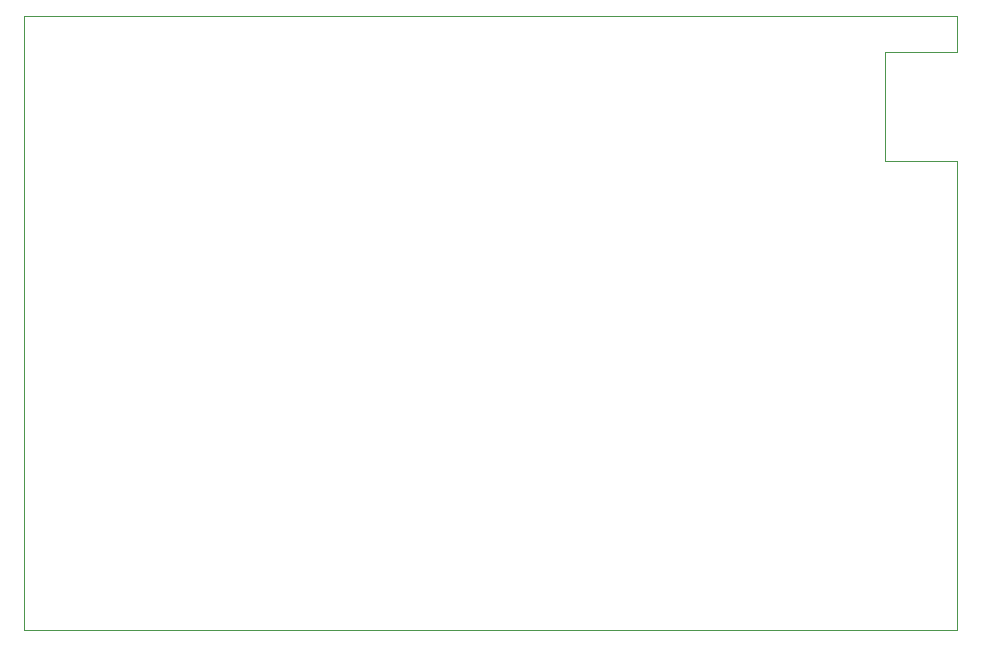
<source format=gbr>
%TF.GenerationSoftware,KiCad,Pcbnew,7.0.8-7.0.8~ubuntu22.04.1*%
%TF.CreationDate,2023-11-01T15:39:22+03:00*%
%TF.ProjectId,main-module,6d61696e-2d6d-46f6-9475-6c652e6b6963,rev?*%
%TF.SameCoordinates,Original*%
%TF.FileFunction,Profile,NP*%
%FSLAX46Y46*%
G04 Gerber Fmt 4.6, Leading zero omitted, Abs format (unit mm)*
G04 Created by KiCad (PCBNEW 7.0.8-7.0.8~ubuntu22.04.1) date 2023-11-01 15:39:22*
%MOMM*%
%LPD*%
G01*
G04 APERTURE LIST*
%TA.AperFunction,Profile*%
%ADD10C,0.100000*%
%TD*%
%TA.AperFunction,Profile*%
%ADD11C,0.120000*%
%TD*%
G04 APERTURE END LIST*
D10*
X42000000Y-94000000D02*
X121000000Y-94000000D01*
X42000000Y-42000000D02*
X42000000Y-94000000D01*
X121000000Y-42000000D02*
X42000000Y-42000000D01*
X121000000Y-55850000D02*
X121000000Y-94000000D01*
X121000000Y-42000000D02*
X121000000Y-43250000D01*
D11*
%TO.C,J2*%
X114900000Y-54250000D02*
X121000000Y-54250000D01*
X121000000Y-54250000D02*
X121000000Y-55850000D01*
X114900000Y-45050000D02*
X114900000Y-54250000D01*
X121000000Y-45050000D02*
X114900000Y-45050000D01*
X121000000Y-43250000D02*
X121000000Y-45050000D01*
%TD*%
M02*

</source>
